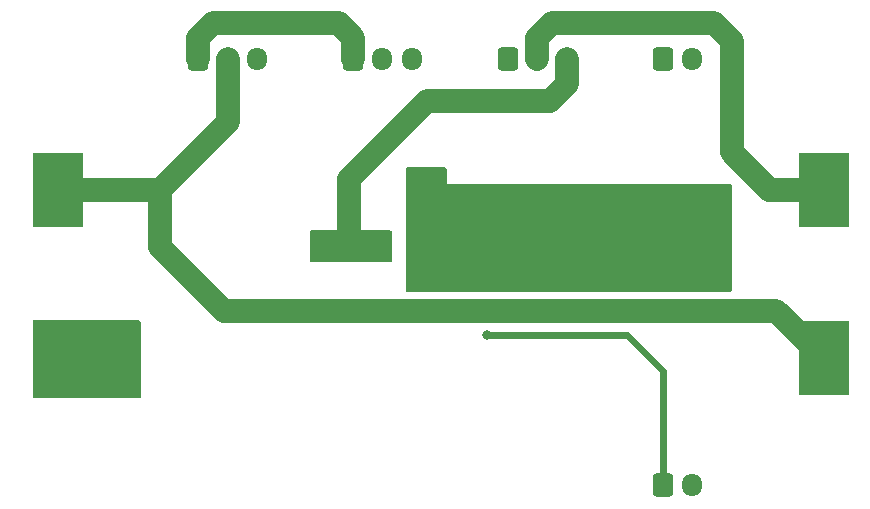
<source format=gbr>
%TF.GenerationSoftware,KiCad,Pcbnew,(6.0.2)*%
%TF.CreationDate,2022-04-08T09:52:01+08:00*%
%TF.ProjectId,NoiseAMP_BAT,4e6f6973-6541-44d5-905f-4241542e6b69,rev?*%
%TF.SameCoordinates,Original*%
%TF.FileFunction,Copper,L2,Bot*%
%TF.FilePolarity,Positive*%
%FSLAX46Y46*%
G04 Gerber Fmt 4.6, Leading zero omitted, Abs format (unit mm)*
G04 Created by KiCad (PCBNEW (6.0.2)) date 2022-04-08 09:52:01*
%MOMM*%
%LPD*%
G01*
G04 APERTURE LIST*
G04 Aperture macros list*
%AMRoundRect*
0 Rectangle with rounded corners*
0 $1 Rounding radius*
0 $2 $3 $4 $5 $6 $7 $8 $9 X,Y pos of 4 corners*
0 Add a 4 corners polygon primitive as box body*
4,1,4,$2,$3,$4,$5,$6,$7,$8,$9,$2,$3,0*
0 Add four circle primitives for the rounded corners*
1,1,$1+$1,$2,$3*
1,1,$1+$1,$4,$5*
1,1,$1+$1,$6,$7*
1,1,$1+$1,$8,$9*
0 Add four rect primitives between the rounded corners*
20,1,$1+$1,$2,$3,$4,$5,0*
20,1,$1+$1,$4,$5,$6,$7,0*
20,1,$1+$1,$6,$7,$8,$9,0*
20,1,$1+$1,$8,$9,$2,$3,0*%
G04 Aperture macros list end*
%TA.AperFunction,SMDPad,CuDef*%
%ADD10R,4.320000X6.350000*%
%TD*%
%TA.AperFunction,ComponentPad*%
%ADD11RoundRect,0.250000X-0.600000X-0.725000X0.600000X-0.725000X0.600000X0.725000X-0.600000X0.725000X0*%
%TD*%
%TA.AperFunction,ComponentPad*%
%ADD12O,1.700000X1.950000*%
%TD*%
%TA.AperFunction,ViaPad*%
%ADD13C,0.800000*%
%TD*%
%TA.AperFunction,ViaPad*%
%ADD14C,1.000000*%
%TD*%
%TA.AperFunction,Conductor*%
%ADD15C,2.000000*%
%TD*%
%TA.AperFunction,Conductor*%
%ADD16C,0.600000*%
%TD*%
G04 APERTURE END LIST*
D10*
%TO.P,U2,1,+*%
%TO.N,Net-(J2-Pad2)*%
X160974000Y-61850889D03*
%TO.P,U2,2,-*%
%TO.N,Net-(J3-Pad2)*%
X96174000Y-61850889D03*
%TO.P,U2,3,+*%
X160974000Y-76110889D03*
%TO.P,U2,4,-*%
%TO.N,Net-(J5-Pad2)*%
X96174000Y-76110889D03*
%TD*%
D11*
%TO.P,J5,1,Pin_1*%
%TO.N,Net-(J3-Pad1)*%
X121106666Y-50800000D03*
D12*
%TO.P,J5,2,Pin_2*%
%TO.N,Net-(J5-Pad2)*%
X123606666Y-50800000D03*
%TO.P,J5,3,Pin_3*%
%TO.N,GND*%
X126106666Y-50800000D03*
%TD*%
D11*
%TO.P,J4,1,Pin_1*%
%TO.N,Net-(J4-Pad1)*%
X147340000Y-86868000D03*
D12*
%TO.P,J4,2,Pin_2*%
%TO.N,GND*%
X149840000Y-86868000D03*
%TD*%
D11*
%TO.P,J3,1,Pin_1*%
%TO.N,Net-(J3-Pad1)*%
X107990000Y-50800000D03*
D12*
%TO.P,J3,2,Pin_2*%
%TO.N,Net-(J3-Pad2)*%
X110490000Y-50800000D03*
%TO.P,J3,3,Pin_3*%
%TO.N,Net-(J2-Pad1)*%
X112990000Y-50800000D03*
%TD*%
D11*
%TO.P,J2,1,Pin_1*%
%TO.N,Net-(J2-Pad1)*%
X134223332Y-50800000D03*
D12*
%TO.P,J2,2,Pin_2*%
%TO.N,Net-(J2-Pad2)*%
X136723332Y-50800000D03*
%TO.P,J2,3,Pin_3*%
%TO.N,Net-(C5-Pad1)*%
X139223332Y-50800000D03*
%TD*%
D11*
%TO.P,J1,1,Pin_1*%
%TO.N,Net-(R1-Pad2)*%
X147340000Y-50800000D03*
D12*
%TO.P,J1,2,Pin_2*%
%TO.N,GND*%
X149840000Y-50800000D03*
%TD*%
D13*
%TO.N,GND*%
X144907000Y-62611000D03*
X144907000Y-64135000D03*
X144907000Y-65659000D03*
X144907000Y-67183000D03*
X144907000Y-68707000D03*
X143256000Y-68707000D03*
X143256000Y-67183000D03*
X143256000Y-65659000D03*
X143256000Y-64135000D03*
X143256000Y-62611000D03*
X141605000Y-68707000D03*
X141605000Y-67183000D03*
X141605000Y-65659000D03*
X141605000Y-64135000D03*
X141605000Y-62611000D03*
X127000000Y-61341000D03*
X127000000Y-62865000D03*
X127000000Y-64262000D03*
X128905000Y-65913000D03*
X127635000Y-65913000D03*
X127609600Y-68072000D03*
X128930400Y-68072000D03*
X128930400Y-69088000D03*
X127609600Y-69088000D03*
X128930400Y-67056000D03*
X127609600Y-67056000D03*
%TO.N,Net-(J4-Pad1)*%
X132486400Y-74117200D03*
D14*
%TO.N,Net-(C5-Pad1)*%
X123317000Y-67183000D03*
X122428000Y-65913000D03*
X120904000Y-65913000D03*
X119507000Y-67310000D03*
X119507000Y-65913000D03*
X118110000Y-67310000D03*
X118110000Y-65913000D03*
D13*
%TO.N,Net-(J5-Pad2)*%
X102362000Y-73914000D03*
X102362000Y-75438000D03*
X102362000Y-76962000D03*
X102362000Y-78486000D03*
X100838000Y-73914000D03*
X100838000Y-75438000D03*
X100838000Y-76962000D03*
X100838000Y-78486000D03*
X99314000Y-78486000D03*
X99314000Y-76962000D03*
X99314000Y-75438000D03*
X99314000Y-73914000D03*
%TD*%
D15*
%TO.N,Net-(J3-Pad2)*%
X160782000Y-75918889D02*
X160782000Y-78232000D01*
X110185200Y-72085200D02*
X156948311Y-72085200D01*
X104776889Y-66676889D02*
X110185200Y-72085200D01*
X104776889Y-61850889D02*
X104776889Y-66676889D01*
X156948311Y-72085200D02*
X160782000Y-75918889D01*
D16*
%TO.N,Net-(J4-Pad1)*%
X147340000Y-77185200D02*
X147340000Y-86868000D01*
X132486400Y-74117200D02*
X144272000Y-74117200D01*
X144272000Y-74117200D02*
X147340000Y-77185200D01*
D15*
%TO.N,Net-(C5-Pad1)*%
X120802400Y-65811400D02*
X120904000Y-65913000D01*
X127406400Y-54356000D02*
X120802400Y-60960000D01*
X120802400Y-60960000D02*
X120802400Y-65811400D01*
X137769600Y-54356000D02*
X127406400Y-54356000D01*
X139223332Y-52902268D02*
X137769600Y-54356000D01*
X139223332Y-50800000D02*
X139223332Y-52902268D01*
%TO.N,Net-(J2-Pad2)*%
X156338889Y-61850889D02*
X160974000Y-61850889D01*
X153162000Y-58674000D02*
X156338889Y-61850889D01*
X151638000Y-47752000D02*
X153162000Y-49276000D01*
X136723332Y-48950668D02*
X137922000Y-47752000D01*
X137922000Y-47752000D02*
X151638000Y-47752000D01*
X136723332Y-50800000D02*
X136723332Y-48950668D01*
X153162000Y-49276000D02*
X153162000Y-58674000D01*
%TO.N,Net-(J3-Pad2)*%
X104776889Y-61850889D02*
X96174000Y-61850889D01*
%TO.N,Net-(J3-Pad1)*%
X109220000Y-47752000D02*
X119888000Y-47752000D01*
X107990000Y-48982000D02*
X109220000Y-47752000D01*
X119888000Y-47752000D02*
X121106666Y-48970666D01*
X107990000Y-50800000D02*
X107990000Y-48982000D01*
X121106666Y-48970666D02*
X121106666Y-50800000D01*
%TO.N,Net-(J3-Pad2)*%
X110490000Y-56137778D02*
X104776889Y-61850889D01*
X110490000Y-50800000D02*
X110490000Y-56137778D01*
%TD*%
%TA.AperFunction,Conductor*%
%TO.N,Net-(J5-Pad2)*%
G36*
X103066121Y-72918002D02*
G01*
X103112614Y-72971658D01*
X103124000Y-73024000D01*
X103124000Y-79376000D01*
X103103998Y-79444121D01*
X103050342Y-79490614D01*
X102998000Y-79502000D01*
X94106000Y-79502000D01*
X94037879Y-79481998D01*
X93991386Y-79428342D01*
X93980000Y-79376000D01*
X93980000Y-73024000D01*
X94000002Y-72955879D01*
X94053658Y-72909386D01*
X94106000Y-72898000D01*
X102998000Y-72898000D01*
X103066121Y-72918002D01*
G37*
%TD.AperFunction*%
%TD*%
%TA.AperFunction,Conductor*%
%TO.N,Net-(C5-Pad1)*%
G36*
X120550759Y-65275775D02*
G01*
X124283274Y-65277927D01*
X124351382Y-65297968D01*
X124397844Y-65351651D01*
X124409200Y-65403927D01*
X124409200Y-67410351D01*
X124409175Y-67412856D01*
X124403216Y-67712413D01*
X124403216Y-67840413D01*
X124383214Y-67908534D01*
X124329558Y-67955027D01*
X124277216Y-67966413D01*
X117620416Y-67966413D01*
X117552295Y-67946411D01*
X117505802Y-67892755D01*
X117494416Y-67840413D01*
X117494416Y-65400086D01*
X117514418Y-65331965D01*
X117568074Y-65285472D01*
X117620489Y-65274086D01*
X120550759Y-65275775D01*
G37*
%TD.AperFunction*%
%TD*%
%TA.AperFunction,Conductor*%
%TO.N,GND*%
G36*
X128974121Y-59964002D02*
G01*
X129020614Y-60017658D01*
X129032000Y-60070000D01*
X129032000Y-61341000D01*
X153036000Y-61341000D01*
X153104121Y-61361002D01*
X153150614Y-61414658D01*
X153162000Y-61467000D01*
X153162000Y-70359000D01*
X153141998Y-70427121D01*
X153088342Y-70473614D01*
X153036000Y-70485000D01*
X125729000Y-70485000D01*
X125660879Y-70464998D01*
X125614386Y-70411342D01*
X125603000Y-70359000D01*
X125603000Y-60070000D01*
X125623002Y-60001879D01*
X125676658Y-59955386D01*
X125729000Y-59944000D01*
X128906000Y-59944000D01*
X128974121Y-59964002D01*
G37*
%TD.AperFunction*%
%TD*%
M02*

</source>
